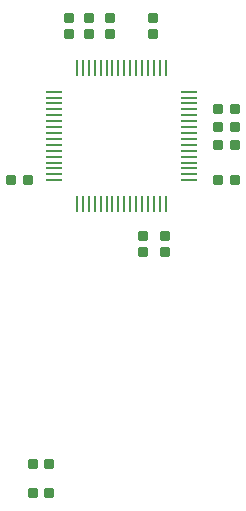
<source format=gtp>
G04*
G04 #@! TF.GenerationSoftware,Altium Limited,Altium Designer,23.3.1 (30)*
G04*
G04 Layer_Color=8421504*
%FSLAX44Y44*%
%MOMM*%
G71*
G04*
G04 #@! TF.SameCoordinates,ECDC02AA-1032-42BF-8C78-3195C1E34F5D*
G04*
G04*
G04 #@! TF.FilePolarity,Positive*
G04*
G01*
G75*
G04:AMPARAMS|DCode=14|XSize=0.85mm|YSize=0.85mm|CornerRadius=0.2125mm|HoleSize=0mm|Usage=FLASHONLY|Rotation=90.000|XOffset=0mm|YOffset=0mm|HoleType=Round|Shape=RoundedRectangle|*
%AMROUNDEDRECTD14*
21,1,0.8500,0.4250,0,0,90.0*
21,1,0.4250,0.8500,0,0,90.0*
1,1,0.4250,0.2125,0.2125*
1,1,0.4250,0.2125,-0.2125*
1,1,0.4250,-0.2125,-0.2125*
1,1,0.4250,-0.2125,0.2125*
%
%ADD14ROUNDEDRECTD14*%
G04:AMPARAMS|DCode=15|XSize=0.85mm|YSize=0.85mm|CornerRadius=0.2125mm|HoleSize=0mm|Usage=FLASHONLY|Rotation=0.000|XOffset=0mm|YOffset=0mm|HoleType=Round|Shape=RoundedRectangle|*
%AMROUNDEDRECTD15*
21,1,0.8500,0.4250,0,0,0.0*
21,1,0.4250,0.8500,0,0,0.0*
1,1,0.4250,0.2125,-0.2125*
1,1,0.4250,-0.2125,-0.2125*
1,1,0.4250,-0.2125,0.2125*
1,1,0.4250,0.2125,0.2125*
%
%ADD15ROUNDEDRECTD15*%
%ADD16O,1.4500X0.2500*%
%ADD17O,0.2500X1.4500*%
D14*
X279000Y515000D02*
D03*
X265000D02*
D03*
X108000Y190000D02*
D03*
X122000D02*
D03*
Y215000D02*
D03*
X108000D02*
D03*
X265000Y455000D02*
D03*
X279000D02*
D03*
X90000D02*
D03*
X104000D02*
D03*
X279000Y485000D02*
D03*
X265000D02*
D03*
Y500000D02*
D03*
X279000D02*
D03*
D15*
X156000Y592669D02*
D03*
Y578669D02*
D03*
X220000Y394000D02*
D03*
Y408000D02*
D03*
X210000Y592669D02*
D03*
Y578669D02*
D03*
X139000Y592669D02*
D03*
Y578669D02*
D03*
X173125D02*
D03*
Y592669D02*
D03*
X201000Y408000D02*
D03*
Y394000D02*
D03*
D16*
X240250Y455000D02*
D03*
Y460000D02*
D03*
Y465000D02*
D03*
Y470000D02*
D03*
Y475000D02*
D03*
Y480000D02*
D03*
Y485000D02*
D03*
Y490000D02*
D03*
Y495000D02*
D03*
Y500000D02*
D03*
Y505000D02*
D03*
Y510000D02*
D03*
Y515000D02*
D03*
Y520000D02*
D03*
Y525000D02*
D03*
Y530000D02*
D03*
X125750D02*
D03*
Y525000D02*
D03*
Y520000D02*
D03*
Y515000D02*
D03*
Y510000D02*
D03*
Y505000D02*
D03*
Y500000D02*
D03*
Y495000D02*
D03*
Y490000D02*
D03*
Y485000D02*
D03*
Y480000D02*
D03*
Y475000D02*
D03*
Y470000D02*
D03*
Y465000D02*
D03*
Y460000D02*
D03*
Y455000D02*
D03*
D17*
X220500Y549750D02*
D03*
X215500D02*
D03*
X210500D02*
D03*
X205500D02*
D03*
X200500D02*
D03*
X195500D02*
D03*
X190500D02*
D03*
X185500D02*
D03*
X180500D02*
D03*
X175500D02*
D03*
X170500D02*
D03*
X165500D02*
D03*
X160500D02*
D03*
X155500D02*
D03*
X150500D02*
D03*
X145500D02*
D03*
Y435250D02*
D03*
X150500D02*
D03*
X155500D02*
D03*
X160500D02*
D03*
X165500D02*
D03*
X170500D02*
D03*
X175500D02*
D03*
X180500D02*
D03*
X185500D02*
D03*
X190500D02*
D03*
X195500D02*
D03*
X200500D02*
D03*
X205500D02*
D03*
X210500D02*
D03*
X215500D02*
D03*
X220500D02*
D03*
M02*

</source>
